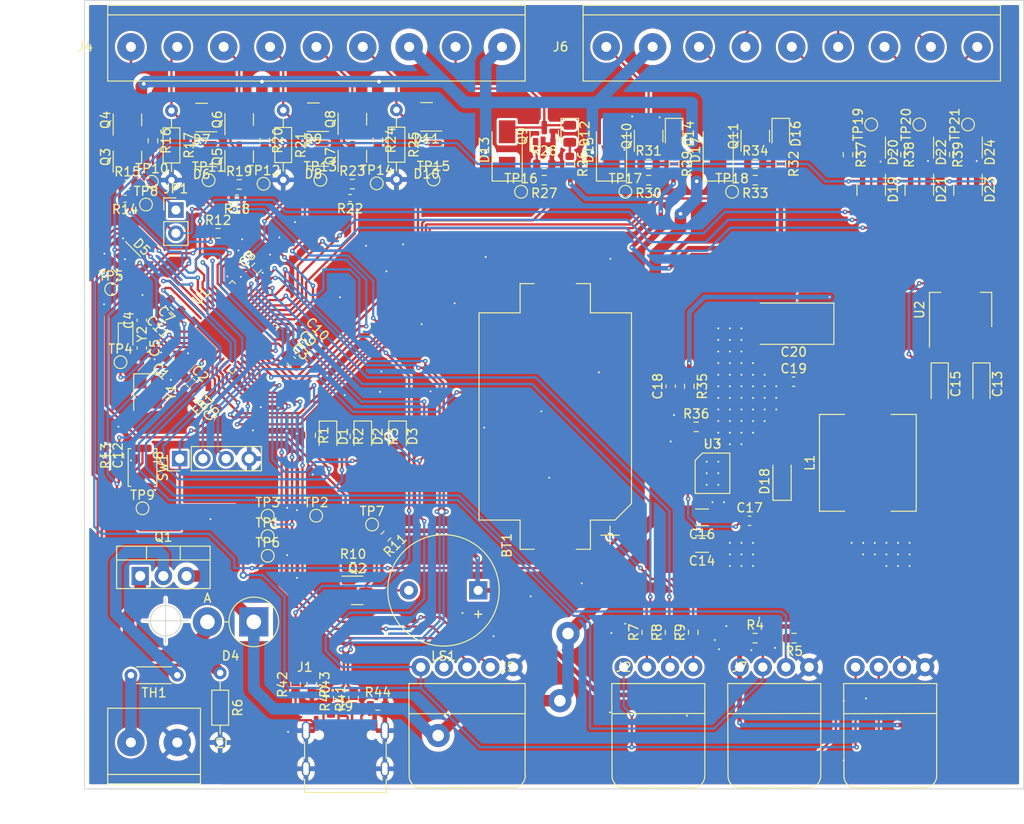
<source format=kicad_pcb>
(kicad_pcb (version 20211014) (generator pcbnew)

  (general
    (thickness 1.6)
  )

  (paper "A4")
  (title_block
    (title "FloatPUMP Basic Boards")
    (date "2022-11-22")
    (rev "1.0")
    (company "www.robtor.de")
  )

  (layers
    (0 "F.Cu" signal)
    (31 "B.Cu" signal)
    (32 "B.Adhes" user "B.Adhesive")
    (33 "F.Adhes" user "F.Adhesive")
    (34 "B.Paste" user)
    (35 "F.Paste" user)
    (36 "B.SilkS" user "B.Silkscreen")
    (37 "F.SilkS" user "F.Silkscreen")
    (38 "B.Mask" user)
    (39 "F.Mask" user)
    (40 "Dwgs.User" user "User.Drawings")
    (41 "Cmts.User" user "User.Comments")
    (42 "Eco1.User" user "User.Eco1")
    (43 "Eco2.User" user "User.Eco2")
    (44 "Edge.Cuts" user)
    (45 "Margin" user)
    (46 "B.CrtYd" user "B.Courtyard")
    (47 "F.CrtYd" user "F.Courtyard")
    (48 "B.Fab" user)
    (49 "F.Fab" user)
    (50 "User.1" user)
    (51 "User.2" user)
    (52 "User.3" user)
    (53 "User.4" user)
    (54 "User.5" user)
    (55 "User.6" user)
    (56 "User.7" user)
    (57 "User.8" user)
    (58 "User.9" user)
  )

  (setup
    (stackup
      (layer "F.SilkS" (type "Top Silk Screen"))
      (layer "F.Paste" (type "Top Solder Paste"))
      (layer "F.Mask" (type "Top Solder Mask") (thickness 0.01))
      (layer "F.Cu" (type "copper") (thickness 0.035))
      (layer "dielectric 1" (type "core") (thickness 1.51) (material "FR4") (epsilon_r 4.5) (loss_tangent 0.02))
      (layer "B.Cu" (type "copper") (thickness 0.035))
      (layer "B.Mask" (type "Bottom Solder Mask") (thickness 0.01))
      (layer "B.Paste" (type "Bottom Solder Paste"))
      (layer "B.SilkS" (type "Bottom Silk Screen"))
      (copper_finish "None")
      (dielectric_constraints no)
    )
    (pad_to_mask_clearance 0)
    (pcbplotparams
      (layerselection 0x00010fc_ffffffff)
      (disableapertmacros false)
      (usegerberextensions false)
      (usegerberattributes true)
      (usegerberadvancedattributes true)
      (creategerberjobfile true)
      (svguseinch false)
      (svgprecision 6)
      (excludeedgelayer true)
      (plotframeref false)
      (viasonmask false)
      (mode 1)
      (useauxorigin false)
      (hpglpennumber 1)
      (hpglpenspeed 20)
      (hpglpendiameter 15.000000)
      (dxfpolygonmode true)
      (dxfimperialunits true)
      (dxfusepcbnewfont true)
      (psnegative false)
      (psa4output false)
      (plotreference true)
      (plotvalue true)
      (plotinvisibletext false)
      (sketchpadsonfab false)
      (subtractmaskfromsilk false)
      (outputformat 1)
      (mirror false)
      (drillshape 1)
      (scaleselection 1)
      (outputdirectory "")
    )
  )

  (net 0 "")
  (net 1 "/cryst1+")
  (net 2 "GND")
  (net 3 "/cryst1-")
  (net 4 "Net-(C3-Pad1)")
  (net 5 "/cryst2+")
  (net 6 "/cryst2-")
  (net 7 "Net-(C6-Pad1)")
  (net 8 "/VBAT")
  (net 9 "/NRST")
  (net 10 "Net-(D1-Pad1)")
  (net 11 "+3.3V")
  (net 12 "Net-(D2-Pad1)")
  (net 13 "Net-(D3-Pad1)")
  (net 14 "/VB")
  (net 15 "T11")
  (net 16 "T13")
  (net 17 "T15")
  (net 18 "T17")
  (net 19 "Net-(C17-Pad1)")
  (net 20 "Net-(C17-Pad2)")
  (net 21 "T20")
  (net 22 "/GPI0")
  (net 23 "/GPI1")
  (net 24 "/GPI2")
  (net 25 "/RRDT")
  (net 26 "/RRCLK")
  (net 27 "/RRSW")
  (net 28 "+5V")
  (net 29 "/I2C1_SDA")
  (net 30 "/I2C1_SCL")
  (net 31 "/USART1_TX")
  (net 32 "/USART1_RX")
  (net 33 "/SWDIO")
  (net 34 "/SWCLK")
  (net 35 "T22")
  (net 36 "unconnected-(J9-PadA8)")
  (net 37 "unconnected-(J9-PadB8)")
  (net 38 "T10")
  (net 39 "T12")
  (net 40 "T14")
  (net 41 "/BOOT0")
  (net 42 "T24")
  (net 43 "T26")
  (net 44 "T28")
  (net 45 "Net-(LS1-Pad2)")
  (net 46 "Net-(Q2-Pad1)")
  (net 47 "Net-(D4-Pad2)")
  (net 48 "Net-(D12-Pad2)")
  (net 49 "Net-(D14-Pad2)")
  (net 50 "Net-(Q9-Pad1)")
  (net 51 "Net-(Q10-Pad1)")
  (net 52 "/LED0")
  (net 53 "/LED1")
  (net 54 "/LED2")
  (net 55 "/LED5")
  (net 56 "/LED4")
  (net 57 "/LED3")
  (net 58 "/BEEP")
  (net 59 "/MPWR0")
  (net 60 "/MPWR1")
  (net 61 "/MPWR2")
  (net 62 "/OCHAN0")
  (net 63 "/OCHAN1")
  (net 64 "/OCHAN2")
  (net 65 "/usb_conn/U_D-")
  (net 66 "/USB_FS_D-")
  (net 67 "/usb_conn/U_D+")
  (net 68 "/USB_FS_D+")
  (net 69 "/usb_conn/U_VBUS")
  (net 70 "/USB_FS_VBUS")
  (net 71 "/usb_conn/CC")
  (net 72 "Net-(D16-Pad2)")
  (net 73 "Net-(TH1-Pad1)")
  (net 74 "Net-(Q3-Pad3)")
  (net 75 "Net-(Q3-Pad1)")
  (net 76 "Net-(Q5-Pad3)")
  (net 77 "Net-(C18-Pad1)")
  (net 78 "Net-(TP4-Pad1)")
  (net 79 "Net-(U3-Pad6)")
  (net 80 "T16")
  (net 81 "T23")
  (net 82 "Net-(J5-Pad2)")
  (net 83 "Net-(J5-Pad3)")
  (net 84 "Net-(J5-Pad4)")
  (net 85 "Net-(J3-Pad2)")
  (net 86 "Net-(Q5-Pad1)")
  (net 87 "Net-(Q7-Pad3)")
  (net 88 "Net-(Q7-Pad1)")
  (net 89 "Net-(Q11-Pad1)")

  (footprint "Package_TO_SOT_SMD:SOT-23" (layer "F.Cu") (at 42.3395 89.49575 90))

  (footprint "custom_parts:2542R-04" (layer "F.Cu") (at 109.855 145.415))

  (footprint "Resistor_SMD:R_0603_1608Metric" (layer "F.Cu") (at 48.819451 110.461996 -45))

  (footprint "Resistor_SMD:R_0603_1608Metric" (layer "F.Cu") (at 49.911651 109.395196 -45))

  (footprint "TestPoint:TestPoint_Pad_D1.0mm" (layer "F.Cu") (at 57.404 92.4283))

  (footprint "Resistor_SMD:R_0603_1608Metric" (layer "F.Cu") (at 86.995 141.605 90))

  (footprint "Package_TO_SOT_SMD:SOT-23" (layer "F.Cu") (at 38.227 85.217 180))

  (footprint "Resistor_SMD:R_0603_1608Metric" (layer "F.Cu") (at 57.531 87.6785 -90))

  (footprint "TestPoint:TestPoint_Pad_D1.0mm" (layer "F.Cu") (at 84.648 93.343))

  (footprint "LED_SMD:LED_0805_2012Metric" (layer "F.Cu") (at 89.982 86.993 -90))

  (footprint "custom_parts:CAMBLOCK CTB0509-2" (layer "F.Cu") (at 35.56 153.67 180))

  (footprint "Capacitor_SMD:C_0603_1608Metric" (layer "F.Cu") (at 98.2472 129.3876))

  (footprint "Package_TO_SOT_THT:TO-220-3_Vertical" (layer "F.Cu") (at 31.496 135.438))

  (footprint "TestPoint:TestPoint_Pad_D1.0mm" (layer "F.Cu") (at 111.572 85.979 90))

  (footprint "Resistor_SMD:R_0603_1608Metric" (layer "F.Cu") (at 75.758 92.073 180))

  (footprint "Crystal:Crystal_SMD_2012-2Pin_2.0x1.2mm" (layer "F.Cu") (at 29.896451 108.937996 -90))

  (footprint "Resistor_SMD:R_0603_1608Metric" (layer "F.Cu") (at 53.975 120.142 -90))

  (footprint "Diode_SMD:D_SOD-123F" (layer "F.Cu") (at 101.8032 124.9426 90))

  (footprint "Connector_USB:USB_C_Receptacle_Palconn_UTC16-G" (layer "F.Cu") (at 53.975 154.305))

  (footprint "Resistor_THT:R_Axial_DIN0204_L3.6mm_D1.6mm_P7.62mm_Horizontal" (layer "F.Cu") (at 34.925 84.455 -90))

  (footprint "Diode_THT:D_DO-201AD_P5.08mm_Vertical_AnodeUp" (layer "F.Cu") (at 43.942 140.462 180))

  (footprint "Resistor_SMD:R_0603_1608Metric" (layer "F.Cu") (at 101.666 90.295 -90))

  (footprint "Resistor_SMD:R_0402_1005Metric" (layer "F.Cu") (at 54.483 94.0285 180))

  (footprint "TestPoint:TestPoint_Pad_D1.0mm" (layer "F.Cu") (at 63.627 91.9965))

  (footprint "custom_parts:CAMBLOCK CTB0509-9" (layer "F.Cu") (at 30.48 77.47))

  (footprint "Package_TO_SOT_SMD:SOT-23" (layer "F.Cu") (at 54.737 85.3925 90))

  (footprint "Resistor_SMD:R_0603_1608Metric" (layer "F.Cu") (at 91.6432 114.6556 -90))

  (footprint "Package_TO_SOT_SMD:SOT-23" (layer "F.Cu") (at 98.872 87.247 90))

  (footprint "Capacitor_SMD:C_0603_1608Metric" (layer "F.Cu") (at 38.278451 116.557996 -135))

  (footprint "Resistor_SMD:R_0603_1608Metric" (layer "F.Cu") (at 48.514 147.32 90))

  (footprint "custom_parts:2542R-04" (layer "F.Cu") (at 97.155 145.415))

  (footprint "Package_TO_SOT_SMD:SOT-23" (layer "F.Cu") (at 62.865 85.1385 180))

  (footprint "TestPoint:TestPoint_Pad_D1.0mm" (layer "F.Cu") (at 122.174 85.979 90))

  (footprint "Resistor_SMD:R_0603_1608Metric" (layer "F.Cu") (at 34.4424 107.1372 135))

  (footprint "TestPoint:TestPoint_Pad_D1.0mm" (layer "F.Cu") (at 45.0065 92.46755))

  (footprint "Resistor_SMD:R_0603_1608Metric" (layer "F.Cu") (at 75.758 90.295))

  (footprint "Resistor_SMD:R_0603_1608Metric" (layer "F.Cu") (at 35.357451 105.762996 135))

  (footprint "Package_TO_SOT_SMD:SOT-23" (layer "F.Cu") (at 116.84 93.091 -90))

  (footprint "custom_parts:MP9486A-SOIC-8" (layer "F.Cu") (at 94.1832 124.1806 -90))

  (footprint "Capacitor_Tantalum_SMD:CP_EIA-7343-31_Kemet-D" (layer "F.Cu") (at 103.0732 107.7976 180))

  (footprint "TestPoint:TestPoint_Pad_D1.0mm" (layer "F.Cu") (at 38.989 92.075))

  (footprint "custom_parts:L_MS1040-330M" (layer "F.Cu") (at 111.2012 123.0376 90))

  (footprint "Resistor_SMD:R_0603_1608Metric" (layer "F.Cu") (at 42.3395 92.54375))

  (footprint "Resistor_SMD:R_0603_1608Metric" (layer "F.Cu") (at 119.634 89.281 -90))

  (footprint "Capacitor_SMD:C_0603_1608Metric" (layer "F.Cu") (at 31.674451 110.461996 -90))

  (footprint "TestPoint:TestPoint_Pad_D1.0mm" (layer "F.Cu") (at 31.75 128.016))

  (footprint "Resistor_THT:R_Axial_DIN0204_L3.6mm_D1.6mm_P5.08mm_Horizontal" (layer "F.Cu") (at 35.56 146.304 180))

  (footprint "Package_TO_SOT_SMD:SOT-23" (layer "F.Cu") (at 42.3395 85.43175 90))

  (footprint "Resistor_SMD:R_0603_1608Metric" (layer "F.Cu") (at 54.8132 134.4676))

  (footprint "Resistor_SMD:R_0603_1608Metric" (layer "F.Cu") (at 57.785 120.142 -90))

  (footprint "TestPoint:TestPoint_Pad_D1.0mm" (layer "F.Cu") (at 73.218 93.343))

  (footprint "Package_TO_SOT_SMD:SOT-23" (layer "F.Cu") (at 62.865 88.98775 180))

  (footprint "Capacitor_SMD:C_0603_1608Metric" (layer "F.Cu") (at 37.048459 114.271996 -45))

  (footprint "Package_TO_SOT_SMD:SOT-23" (layer "F.Cu") (at 30.099 89.535 90))

  (footprint "Package_TO_SOT_SMD:SOT-223-3_TabPin2" (layer "F.Cu") (at 121.3612 106.2736 90))

  (footprint "Battery:BatteryHolder_Keystone_1060_1x2032" (layer "F.Cu") (at 76.962 117.9576 90))

  (footprint "TestPoint:TestPoint_Pad_D1.0mm" (layer "F.Cu") (at 56.896 129.794))

  (footprint "TestPoint:TestPoint_Pad_D1.0mm" (layer "F.Cu") (at 51.2295 92.03575))

  (footprint "TestPoint:TestPoint_Pad_D1.0mm" (layer "F.Cu") (at 50.7746 128.8288))

  (footprint "Capacitor_SMD:C_0603_1608Metric" (layer "F.Cu") (at 89.6112 114.6556 90))

  (footprint "LED_SMD:LED_0805_2012Metric" (layer "F.Cu") (at 52.07 120.142 -90))

  (footprint "Package_TO_SOT_SMD:SOT-23" (layer "F.Cu") (at 50.4675 88.98775 180))

  (footprint "Resistor_SMD:R_0603_1608Metric" (layer "F.Cu") (at 30.099 92.583))

  (footprint "Buzzer_Beeper:Buzzer_12x9.5RM7.6" (layer "F.Cu") (at 68.5192 137.0076 180))

  (footprint "LED_SMD:LED_0805_2012Metric" (layer "F.Cu")
    (tedit 5F68FEF1) (tstamp 700ecf43-9a15-45ef-93d5-4e95913ef64a)
    (at 59.69 120.142 -90)
    (descr "LED SMD 0805 (2012 Metric), square (rectangular) end terminal, IPC_7351 nominal, (Body size source: https://docs.google.com/spreadsheets/d/1BsfQQcO9C6DZCsRaXUlFlo91Tg2WpOkGARC1WS5S8t0/edit?usp=sharing), generated with kicad-footprint-generator")
    (tags "LED")
    (property "JLCPCB" " C94613 ")
    (property "Sheetfile" "FloatPUMP.kicad_sch")
    (property "Sheetname" "")
    (path "/34f8d18b-20b4-419c-ac92-810450c3b76f")
    (attr smd)
    (fp_text reference "D3" (at 0 -1.65 90) (layer "F.SilkS")
      (effects (font (size 1 1) (thickness 0.15)))
      (tstamp 36d4e788-6114-408f-a166-28101a5a9f88)
    )
    (fp_text value "BLUE" (at 0 1.65 90) (layer "F.Fab")
      (effects (font (size 1 1) (thickness 0.15)))
      (tstamp 387767df-4ef7-4e58-b95f-5320246dd10b)
    )
    (fp_text user "${REFERENCE}" (at 0 0 90) (layer "F.Fab")
      (effects (font (size 0.5 0.5) (thickness 0.08)))
      (tstamp a01f1b5e-50f9-46c0-b7c7-d5106b50016b)
    )
    (fp_line (start -1.685 0.96) (end 1 0.96) (layer "F.SilkS") (width 0.12) (tstamp 1d1bedbf-63bd-49dd-b2f0-4f45c5b59816))
    (fp_line (start -1.685 -0.96) (end -1.685 0.96) (layer "F.SilkS") (width 0.12) (tstamp 37d21d39-7b4d-448
... [2030741 chars truncated]
</source>
